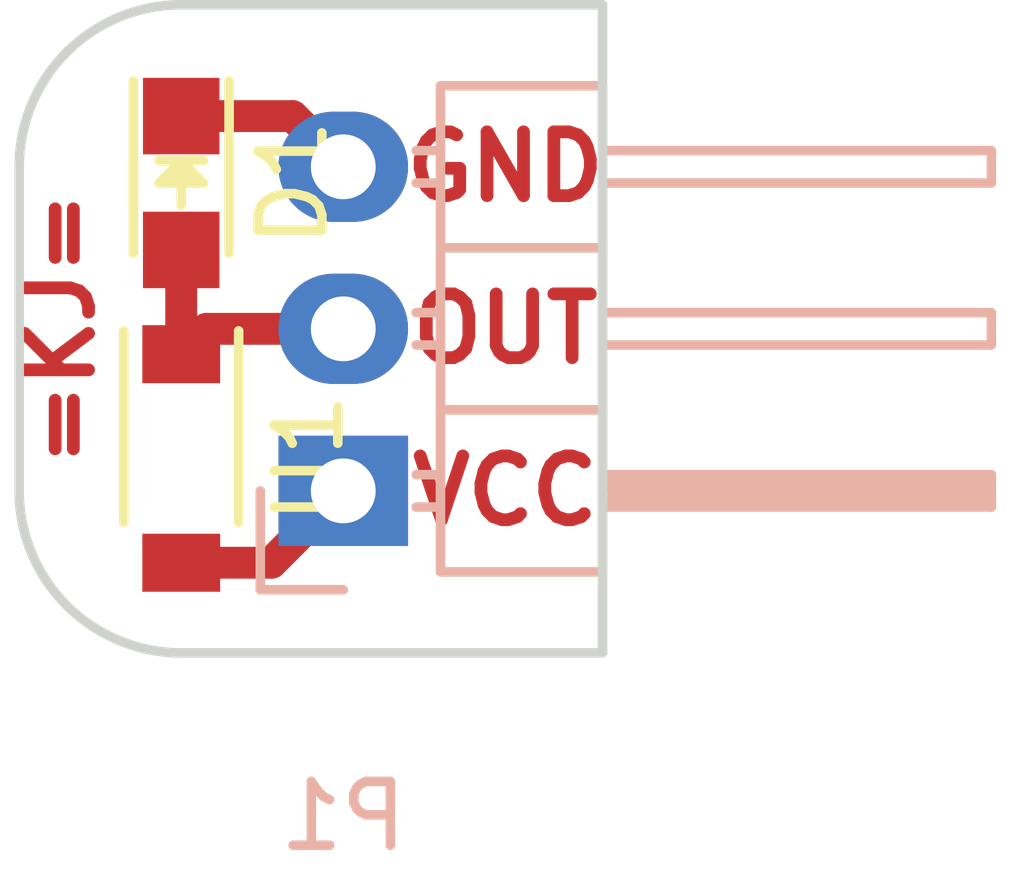
<source format=kicad_pcb>
(kicad_pcb (version 4) (host pcbnew 4.0.4-stable)

  (general
    (links 4)
    (no_connects 0)
    (area 149.784999 101.524999 161.365001 111.835001)
    (thickness 1.6)
    (drawings 10)
    (tracks 7)
    (zones 0)
    (modules 3)
    (nets 4)
  )

  (page A4)
  (layers
    (0 F.Cu signal)
    (31 B.Cu signal)
    (32 B.Adhes user)
    (33 F.Adhes user)
    (34 B.Paste user)
    (35 F.Paste user)
    (36 B.SilkS user)
    (37 F.SilkS user)
    (38 B.Mask user)
    (39 F.Mask user)
    (40 Dwgs.User user)
    (41 Cmts.User user)
    (42 Eco1.User user)
    (43 Eco2.User user)
    (44 Edge.Cuts user)
    (45 Margin user)
    (46 B.CrtYd user)
    (47 F.CrtYd user)
    (48 B.Fab user hide)
    (49 F.Fab user hide)
  )

  (setup
    (last_trace_width 0.5)
    (user_trace_width 0.4)
    (user_trace_width 0.5)
    (trace_clearance 0.2)
    (zone_clearance 0.508)
    (zone_45_only no)
    (trace_min 0.2)
    (segment_width 0.2)
    (edge_width 0.15)
    (via_size 0.6)
    (via_drill 0.4)
    (via_min_size 0.4)
    (via_min_drill 0.3)
    (uvia_size 0.3)
    (uvia_drill 0.1)
    (uvias_allowed no)
    (uvia_min_size 0.2)
    (uvia_min_drill 0.1)
    (pcb_text_width 0.3)
    (pcb_text_size 1.5 1.5)
    (mod_edge_width 0.15)
    (mod_text_size 1 1)
    (mod_text_width 0.15)
    (pad_size 1.524 1.524)
    (pad_drill 0.762)
    (pad_to_mask_clearance 0.2)
    (aux_axis_origin 0 0)
    (visible_elements FFFFFF7F)
    (pcbplotparams
      (layerselection 0x00030_80000001)
      (usegerberextensions false)
      (excludeedgelayer true)
      (linewidth 0.100000)
      (plotframeref false)
      (viasonmask false)
      (mode 1)
      (useauxorigin false)
      (hpglpennumber 1)
      (hpglpenspeed 20)
      (hpglpendiameter 15)
      (hpglpenoverlay 2)
      (psnegative false)
      (psa4output false)
      (plotreference true)
      (plotvalue true)
      (plotinvisibletext false)
      (padsonsilk false)
      (subtractmaskfromsilk false)
      (outputformat 1)
      (mirror false)
      (drillshape 1)
      (scaleselection 1)
      (outputdirectory ""))
  )

  (net 0 "")
  (net 1 "Net-(D1-Pad2)")
  (net 2 "Net-(D1-Pad1)")
  (net 3 "Net-(P1-Pad1)")

  (net_class Default "This is the default net class."
    (clearance 0.2)
    (trace_width 0.25)
    (via_dia 0.6)
    (via_drill 0.4)
    (uvia_dia 0.3)
    (uvia_drill 0.1)
    (add_net "Net-(D1-Pad1)")
    (add_net "Net-(D1-Pad2)")
    (add_net "Net-(P1-Pad1)")
  )

  (module LEDs:LED_0805 (layer F.Cu) (tedit 55BDE1C2) (tstamp 58221D1F)
    (at 154.94 104.394 270)
    (descr "LED 0805 smd package")
    (tags "LED 0805 SMD")
    (path /58221D7D)
    (attr smd)
    (fp_text reference D1 (at 0 -1.75 270) (layer F.SilkS)
      (effects (font (size 1 1) (thickness 0.15)))
    )
    (fp_text value LED (at 0 1.75 270) (layer F.Fab)
      (effects (font (size 1 1) (thickness 0.15)))
    )
    (fp_line (start -0.4 -0.3) (end -0.4 0.3) (layer F.Fab) (width 0.15))
    (fp_line (start -0.3 0) (end 0 -0.3) (layer F.Fab) (width 0.15))
    (fp_line (start 0 0.3) (end -0.3 0) (layer F.Fab) (width 0.15))
    (fp_line (start 0 -0.3) (end 0 0.3) (layer F.Fab) (width 0.15))
    (fp_line (start 1 -0.6) (end -1 -0.6) (layer F.Fab) (width 0.15))
    (fp_line (start 1 0.6) (end 1 -0.6) (layer F.Fab) (width 0.15))
    (fp_line (start -1 0.6) (end 1 0.6) (layer F.Fab) (width 0.15))
    (fp_line (start -1 -0.6) (end -1 0.6) (layer F.Fab) (width 0.15))
    (fp_line (start -1.6 0.75) (end 1.1 0.75) (layer F.SilkS) (width 0.15))
    (fp_line (start -1.6 -0.75) (end 1.1 -0.75) (layer F.SilkS) (width 0.15))
    (fp_line (start -0.1 0.15) (end -0.1 -0.1) (layer F.SilkS) (width 0.15))
    (fp_line (start -0.1 -0.1) (end -0.25 0.05) (layer F.SilkS) (width 0.15))
    (fp_line (start -0.35 -0.35) (end -0.35 0.35) (layer F.SilkS) (width 0.15))
    (fp_line (start 0 0) (end 0.35 0) (layer F.SilkS) (width 0.15))
    (fp_line (start -0.35 0) (end 0 -0.35) (layer F.SilkS) (width 0.15))
    (fp_line (start 0 -0.35) (end 0 0.35) (layer F.SilkS) (width 0.15))
    (fp_line (start 0 0.35) (end -0.35 0) (layer F.SilkS) (width 0.15))
    (fp_line (start 1.9 -0.95) (end 1.9 0.95) (layer F.CrtYd) (width 0.05))
    (fp_line (start 1.9 0.95) (end -1.9 0.95) (layer F.CrtYd) (width 0.05))
    (fp_line (start -1.9 0.95) (end -1.9 -0.95) (layer F.CrtYd) (width 0.05))
    (fp_line (start -1.9 -0.95) (end 1.9 -0.95) (layer F.CrtYd) (width 0.05))
    (pad 2 smd rect (at 1.04902 0 90) (size 1.19888 1.19888) (layers F.Cu F.Paste F.Mask)
      (net 1 "Net-(D1-Pad2)"))
    (pad 1 smd rect (at -1.04902 0 90) (size 1.19888 1.19888) (layers F.Cu F.Paste F.Mask)
      (net 2 "Net-(D1-Pad1)"))
    (model LEDs.3dshapes/LED_0805.wrl
      (at (xyz 0 0 0))
      (scale (xyz 1 1 1))
      (rotate (xyz 0 0 0))
    )
  )

  (module Pin_Headers:Pin_Header_Angled_1x03 (layer B.Cu) (tedit 0) (tstamp 58221D26)
    (at 157.48 109.22)
    (descr "Through hole pin header")
    (tags "pin header")
    (path /58221D36)
    (fp_text reference P1 (at 0 5.1) (layer B.SilkS)
      (effects (font (size 1 1) (thickness 0.15)) (justify mirror))
    )
    (fp_text value CONN_01X03 (at 0 3.1) (layer B.Fab)
      (effects (font (size 1 1) (thickness 0.15)) (justify mirror))
    )
    (fp_line (start -1.5 1.75) (end -1.5 -6.85) (layer B.CrtYd) (width 0.05))
    (fp_line (start 10.65 1.75) (end 10.65 -6.85) (layer B.CrtYd) (width 0.05))
    (fp_line (start -1.5 1.75) (end 10.65 1.75) (layer B.CrtYd) (width 0.05))
    (fp_line (start -1.5 -6.85) (end 10.65 -6.85) (layer B.CrtYd) (width 0.05))
    (fp_line (start -1.3 1.55) (end -1.3 0) (layer B.SilkS) (width 0.15))
    (fp_line (start 0 1.55) (end -1.3 1.55) (layer B.SilkS) (width 0.15))
    (fp_line (start 4.191 0.127) (end 10.033 0.127) (layer B.SilkS) (width 0.15))
    (fp_line (start 10.033 0.127) (end 10.033 -0.127) (layer B.SilkS) (width 0.15))
    (fp_line (start 10.033 -0.127) (end 4.191 -0.127) (layer B.SilkS) (width 0.15))
    (fp_line (start 4.191 -0.127) (end 4.191 0) (layer B.SilkS) (width 0.15))
    (fp_line (start 4.191 0) (end 10.033 0) (layer B.SilkS) (width 0.15))
    (fp_line (start 1.524 0.254) (end 1.143 0.254) (layer B.SilkS) (width 0.15))
    (fp_line (start 1.524 -0.254) (end 1.143 -0.254) (layer B.SilkS) (width 0.15))
    (fp_line (start 1.524 -2.286) (end 1.143 -2.286) (layer B.SilkS) (width 0.15))
    (fp_line (start 1.524 -2.794) (end 1.143 -2.794) (layer B.SilkS) (width 0.15))
    (fp_line (start 1.524 -4.826) (end 1.143 -4.826) (layer B.SilkS) (width 0.15))
    (fp_line (start 1.524 -5.334) (end 1.143 -5.334) (layer B.SilkS) (width 0.15))
    (fp_line (start 4.064 -1.27) (end 4.064 1.27) (layer B.SilkS) (width 0.15))
    (fp_line (start 10.16 -0.254) (end 4.064 -0.254) (layer B.SilkS) (width 0.15))
    (fp_line (start 10.16 0.254) (end 10.16 -0.254) (layer B.SilkS) (width 0.15))
    (fp_line (start 4.064 0.254) (end 10.16 0.254) (layer B.SilkS) (width 0.15))
    (fp_line (start 1.524 -1.27) (end 4.064 -1.27) (layer B.SilkS) (width 0.15))
    (fp_line (start 1.524 1.27) (end 1.524 -1.27) (layer B.SilkS) (width 0.15))
    (fp_line (start 1.524 1.27) (end 4.064 1.27) (layer B.SilkS) (width 0.15))
    (fp_line (start 1.524 -3.81) (end 4.064 -3.81) (layer B.SilkS) (width 0.15))
    (fp_line (start 1.524 -3.81) (end 1.524 -6.35) (layer B.SilkS) (width 0.15))
    (fp_line (start 4.064 -4.826) (end 10.16 -4.826) (layer B.SilkS) (width 0.15))
    (fp_line (start 10.16 -4.826) (end 10.16 -5.334) (layer B.SilkS) (width 0.15))
    (fp_line (start 10.16 -5.334) (end 4.064 -5.334) (layer B.SilkS) (width 0.15))
    (fp_line (start 4.064 -6.35) (end 4.064 -3.81) (layer B.SilkS) (width 0.15))
    (fp_line (start 4.064 -3.81) (end 4.064 -1.27) (layer B.SilkS) (width 0.15))
    (fp_line (start 10.16 -2.794) (end 4.064 -2.794) (layer B.SilkS) (width 0.15))
    (fp_line (start 10.16 -2.286) (end 10.16 -2.794) (layer B.SilkS) (width 0.15))
    (fp_line (start 4.064 -2.286) (end 10.16 -2.286) (layer B.SilkS) (width 0.15))
    (fp_line (start 1.524 -3.81) (end 4.064 -3.81) (layer B.SilkS) (width 0.15))
    (fp_line (start 1.524 -1.27) (end 1.524 -3.81) (layer B.SilkS) (width 0.15))
    (fp_line (start 1.524 -1.27) (end 4.064 -1.27) (layer B.SilkS) (width 0.15))
    (fp_line (start 1.524 -6.35) (end 4.064 -6.35) (layer B.SilkS) (width 0.15))
    (pad 1 thru_hole rect (at 0 0) (size 2.032 1.7272) (drill 1.016) (layers *.Cu *.Mask)
      (net 3 "Net-(P1-Pad1)"))
    (pad 2 thru_hole oval (at 0 -2.54) (size 2.032 1.7272) (drill 1.016) (layers *.Cu *.Mask)
      (net 1 "Net-(D1-Pad2)"))
    (pad 3 thru_hole oval (at 0 -5.08) (size 2.032 1.7272) (drill 1.016) (layers *.Cu *.Mask)
      (net 2 "Net-(D1-Pad1)"))
    (model Pin_Headers.3dshapes/Pin_Header_Angled_1x03.wrl
      (at (xyz 0 -0.1 0))
      (scale (xyz 1 1 1))
      (rotate (xyz 0 0 90))
    )
  )

  (module Diodes_SMD:SOD-123 (layer F.Cu) (tedit 5753A53E) (tstamp 58221D46)
    (at 154.94 108.712 270)
    (descr SOD-123)
    (tags SOD-123)
    (path /58221CC0)
    (attr smd)
    (fp_text reference U1 (at 0 -2 270) (layer F.SilkS)
      (effects (font (size 1 1) (thickness 0.15)))
    )
    (fp_text value NSI45020AT1G (at 0 2.1 270) (layer F.Fab)
      (effects (font (size 1 1) (thickness 0.15)))
    )
    (fp_line (start 0.25 0) (end 0.75 0) (layer F.Fab) (width 0.15))
    (fp_line (start 0.25 0.4) (end -0.35 0) (layer F.Fab) (width 0.15))
    (fp_line (start 0.25 -0.4) (end 0.25 0.4) (layer F.Fab) (width 0.15))
    (fp_line (start -0.35 0) (end 0.25 -0.4) (layer F.Fab) (width 0.15))
    (fp_line (start -0.35 0) (end -0.35 0.55) (layer F.Fab) (width 0.15))
    (fp_line (start -0.35 0) (end -0.35 -0.55) (layer F.Fab) (width 0.15))
    (fp_line (start -0.75 0) (end -0.35 0) (layer F.Fab) (width 0.15))
    (fp_line (start -1.35 0.8) (end -1.35 -0.8) (layer F.Fab) (width 0.15))
    (fp_line (start 1.35 0.8) (end -1.35 0.8) (layer F.Fab) (width 0.15))
    (fp_line (start 1.35 -0.8) (end 1.35 0.8) (layer F.Fab) (width 0.15))
    (fp_line (start -1.35 -0.8) (end 1.35 -0.8) (layer F.Fab) (width 0.15))
    (fp_line (start -2.25 -1.05) (end 2.25 -1.05) (layer F.CrtYd) (width 0.05))
    (fp_line (start 2.25 -1.05) (end 2.25 1.05) (layer F.CrtYd) (width 0.05))
    (fp_line (start 2.25 1.05) (end -2.25 1.05) (layer F.CrtYd) (width 0.05))
    (fp_line (start -2.25 -1.05) (end -2.25 1.05) (layer F.CrtYd) (width 0.05))
    (fp_line (start -2 0.9) (end 1 0.9) (layer F.SilkS) (width 0.15))
    (fp_line (start -2 -0.9) (end 1 -0.9) (layer F.SilkS) (width 0.15))
    (pad 1 smd rect (at -1.635 0 270) (size 0.91 1.22) (layers F.Cu F.Paste F.Mask)
      (net 1 "Net-(D1-Pad2)"))
    (pad 2 smd rect (at 1.635 0 270) (size 0.91 1.22) (layers F.Cu F.Paste F.Mask)
      (net 3 "Net-(P1-Pad1)"))
    (model ${KISYS3DMOD}/Diodes_SMD.3dshapes/SOD-123.wrl
      (at (xyz 0 0 0))
      (scale (xyz 1 1 1))
      (rotate (xyz 0 0 0))
    )
  )

  (gr_text =KJ= (at 153.035 106.68 90) (layer F.Cu)
    (effects (font (size 1 1) (thickness 0.2)))
  )
  (gr_text VCC (at 160.02 109.22) (layer F.Cu) (tstamp 58221DE9)
    (effects (font (size 1 1) (thickness 0.2)))
  )
  (gr_text OUT (at 160.02 106.68) (layer F.Cu) (tstamp 58221DE7)
    (effects (font (size 1 1) (thickness 0.2)))
  )
  (gr_text GND (at 160.02 104.14) (layer F.Cu)
    (effects (font (size 1 1) (thickness 0.2)))
  )
  (gr_arc (start 154.94 109.22) (end 154.94 111.76) (angle 90) (layer Edge.Cuts) (width 0.15) (tstamp 58221DB1))
  (gr_arc (start 154.94 104.14) (end 152.4 104.14) (angle 90) (layer Edge.Cuts) (width 0.15))
  (gr_line (start 161.544 111.76) (end 161.544 101.6) (layer Edge.Cuts) (width 0.15))
  (gr_line (start 154.94 111.76) (end 161.544 111.76) (layer Edge.Cuts) (width 0.15))
  (gr_line (start 152.4 104.14) (end 152.4 109.22) (layer Edge.Cuts) (width 0.15))
  (gr_line (start 161.544 101.6) (end 154.94 101.6) (layer Edge.Cuts) (width 0.15))

  (segment (start 157.48 106.68) (end 155.337 106.68) (width 0.5) (layer F.Cu) (net 1))
  (segment (start 155.337 106.68) (end 154.94 107.077) (width 0.5) (layer F.Cu) (net 1))
  (segment (start 154.94 105.44302) (end 154.94 107.077) (width 0.5) (layer F.Cu) (net 1))
  (segment (start 154.94 103.34498) (end 156.68498 103.34498) (width 0.5) (layer F.Cu) (net 2))
  (segment (start 156.68498 103.34498) (end 157.48 104.14) (width 0.5) (layer F.Cu) (net 2))
  (segment (start 154.94 110.347) (end 156.353 110.347) (width 0.5) (layer F.Cu) (net 3))
  (segment (start 156.353 110.347) (end 157.48 109.22) (width 0.5) (layer F.Cu) (net 3))

)

</source>
